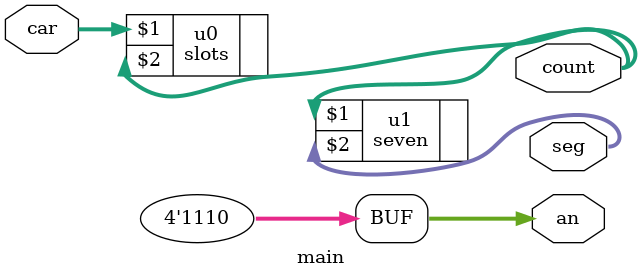
<source format=v>
`timescale 1ns / 1ps


module main(
input [14:0]car,
output [3:0]count,
output [6:0]seg,
output [3:0]an
    );
    assign an=4'b1110;
    slots u0(car,count);
    seven u1(count,seg);
endmodule
</source>
